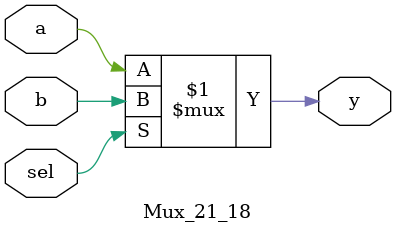
<source format=v>
`timescale 1ns / 1ps
module Mux_21_18(
input sel,a,b,
output y);

assign y=sel?b:a;


endmodule

</source>
